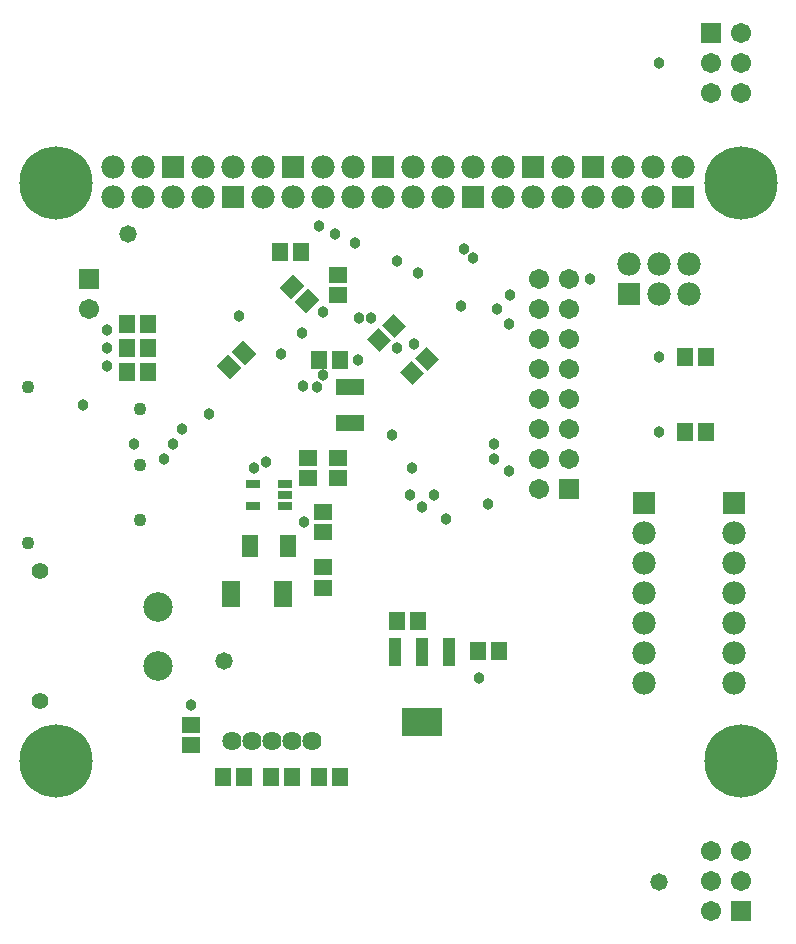
<source format=gbs>
G04 Layer_Color=16711935*
%FSLAX25Y25*%
%MOIN*%
G70*
G01*
G75*
%ADD52R,0.05328X0.06115*%
%ADD57C,0.24409*%
%ADD58C,0.05524*%
%ADD59C,0.09855*%
%ADD60C,0.06706*%
%ADD61R,0.06706X0.06706*%
%ADD62R,0.07800X0.07800*%
%ADD63C,0.07800*%
%ADD64R,0.07800X0.07800*%
%ADD65C,0.06400*%
%ADD66C,0.04343*%
%ADD67C,0.03800*%
%ADD68C,0.05800*%
%ADD69R,0.04737X0.03162*%
%ADD70R,0.06312X0.09068*%
%ADD71R,0.05328X0.06312*%
%ADD72R,0.06312X0.05328*%
%ADD73R,0.09461X0.05721*%
%ADD74R,0.05328X0.07690*%
%ADD75R,0.06115X0.05328*%
%ADD76R,0.13595X0.09265*%
%ADD77R,0.04343X0.09265*%
G04:AMPARAMS|DCode=78|XSize=61.15mil|YSize=53.28mil|CornerRadius=0mil|HoleSize=0mil|Usage=FLASHONLY|Rotation=135.000|XOffset=0mil|YOffset=0mil|HoleType=Round|Shape=Rectangle|*
%AMROTATEDRECTD78*
4,1,4,0.04046,-0.00278,0.00278,-0.04046,-0.04046,0.00278,-0.00278,0.04046,0.04046,-0.00278,0.0*
%
%ADD78ROTATEDRECTD78*%

G04:AMPARAMS|DCode=79|XSize=63.12mil|YSize=53.28mil|CornerRadius=0mil|HoleSize=0mil|Usage=FLASHONLY|Rotation=315.000|XOffset=0mil|YOffset=0mil|HoleType=Round|Shape=Rectangle|*
%AMROTATEDRECTD79*
4,1,4,-0.04115,0.00348,-0.00348,0.04115,0.04115,-0.00348,0.00348,-0.04115,-0.04115,0.00348,0.0*
%
%ADD79ROTATEDRECTD79*%

G04:AMPARAMS|DCode=80|XSize=63.12mil|YSize=53.28mil|CornerRadius=0mil|HoleSize=0mil|Usage=FLASHONLY|Rotation=225.000|XOffset=0mil|YOffset=0mil|HoleType=Round|Shape=Rectangle|*
%AMROTATEDRECTD80*
4,1,4,0.00348,0.04115,0.04115,0.00348,-0.00348,-0.04115,-0.04115,-0.00348,0.00348,0.04115,0.0*
%
%ADD80ROTATEDRECTD80*%

D52*
X223555Y149000D02*
D03*
X230445D02*
D03*
X223555Y124000D02*
D03*
X230445D02*
D03*
X76445Y9000D02*
D03*
X69555D02*
D03*
X108445D02*
D03*
X101555D02*
D03*
X37555Y152000D02*
D03*
X44445D02*
D03*
X37555Y160000D02*
D03*
X44445D02*
D03*
X37555Y144000D02*
D03*
X44445D02*
D03*
D57*
X13780Y14173D02*
D03*
X242126D02*
D03*
Y207087D02*
D03*
X13780D02*
D03*
D58*
X8630Y77496D02*
D03*
Y34189D02*
D03*
D59*
X48000Y65685D02*
D03*
Y46000D02*
D03*
D60*
X25000Y165000D02*
D03*
X175000Y175000D02*
D03*
X185000D02*
D03*
X175000Y165000D02*
D03*
X185000D02*
D03*
X175000Y155000D02*
D03*
X185000D02*
D03*
X175000Y145000D02*
D03*
X185000D02*
D03*
X175000Y135000D02*
D03*
X185000D02*
D03*
X175000Y125000D02*
D03*
X185000D02*
D03*
X175000Y115000D02*
D03*
X185000D02*
D03*
X175000Y105000D02*
D03*
X242126Y237087D02*
D03*
X232126D02*
D03*
X242126Y247087D02*
D03*
X232126D02*
D03*
X242126Y257087D02*
D03*
X232126Y-15827D02*
D03*
X242126D02*
D03*
X232126Y-25827D02*
D03*
X242126D02*
D03*
X232126Y-35827D02*
D03*
D61*
X25000Y175000D02*
D03*
X185000Y105000D02*
D03*
X232126Y257087D02*
D03*
X242126Y-35827D02*
D03*
D62*
X240000Y100236D02*
D03*
X210000D02*
D03*
D63*
X240000Y90236D02*
D03*
Y80236D02*
D03*
Y70236D02*
D03*
Y60236D02*
D03*
Y50236D02*
D03*
Y40236D02*
D03*
X210000Y90236D02*
D03*
Y80236D02*
D03*
Y70236D02*
D03*
Y60236D02*
D03*
Y50236D02*
D03*
Y40236D02*
D03*
X225000Y180000D02*
D03*
Y170000D02*
D03*
X215000Y180000D02*
D03*
Y170000D02*
D03*
X205000Y180000D02*
D03*
X33000Y202394D02*
D03*
Y212394D02*
D03*
X43000Y202394D02*
D03*
Y212394D02*
D03*
X53000Y202394D02*
D03*
X63000D02*
D03*
Y212394D02*
D03*
X73000D02*
D03*
X83000Y202394D02*
D03*
Y212394D02*
D03*
X93000Y202394D02*
D03*
X103000D02*
D03*
Y212394D02*
D03*
X113000Y202394D02*
D03*
Y212394D02*
D03*
X123000Y202394D02*
D03*
X133000D02*
D03*
Y212394D02*
D03*
X143000Y202394D02*
D03*
Y212394D02*
D03*
X153000D02*
D03*
X163000Y202394D02*
D03*
Y212394D02*
D03*
X173000Y202394D02*
D03*
X183000D02*
D03*
Y212394D02*
D03*
X193000Y202394D02*
D03*
X203000D02*
D03*
Y212394D02*
D03*
X213000Y202394D02*
D03*
Y212394D02*
D03*
X223000D02*
D03*
D64*
X205000Y170000D02*
D03*
X53000Y212394D02*
D03*
X73000Y202394D02*
D03*
X93000Y212394D02*
D03*
X123000D02*
D03*
X153000Y202394D02*
D03*
X173000Y212394D02*
D03*
X193000D02*
D03*
X223000Y202394D02*
D03*
D65*
X99400Y21000D02*
D03*
X92700D02*
D03*
X86000D02*
D03*
X79300D02*
D03*
X72600D02*
D03*
D66*
X42000Y113000D02*
D03*
Y131500D02*
D03*
Y94500D02*
D03*
X4500Y139000D02*
D03*
Y87000D02*
D03*
D67*
X215087Y247087D02*
D03*
X134500Y177000D02*
D03*
X127500Y181000D02*
D03*
X113500Y187000D02*
D03*
X107000Y190000D02*
D03*
X101500Y192500D02*
D03*
X75000Y162500D02*
D03*
X96366Y139180D02*
D03*
X89000Y150000D02*
D03*
X96000Y157000D02*
D03*
X215000Y124000D02*
D03*
X214803Y148961D02*
D03*
X165000Y111000D02*
D03*
X158000Y100000D02*
D03*
X160000Y115000D02*
D03*
Y120000D02*
D03*
X101000Y139000D02*
D03*
X125861Y123048D02*
D03*
X127546Y152000D02*
D03*
X133183Y153183D02*
D03*
X165183Y169817D02*
D03*
X161000Y165000D02*
D03*
X165000Y160000D02*
D03*
X150000Y185000D02*
D03*
X153000Y182000D02*
D03*
X84000Y114000D02*
D03*
X119000Y162000D02*
D03*
X115000D02*
D03*
X149000Y166000D02*
D03*
X103000Y164000D02*
D03*
X144000Y95000D02*
D03*
X59000Y33000D02*
D03*
X155000Y42000D02*
D03*
X80000Y112000D02*
D03*
X114725Y148088D02*
D03*
X140000Y103000D02*
D03*
X132000D02*
D03*
X136000Y99000D02*
D03*
X132454Y112000D02*
D03*
X96716Y94000D02*
D03*
X31000Y146000D02*
D03*
Y152000D02*
D03*
Y158000D02*
D03*
X50000Y115000D02*
D03*
X53000Y120000D02*
D03*
X56000Y125000D02*
D03*
X65000Y130000D02*
D03*
X40000Y120000D02*
D03*
X23000Y133000D02*
D03*
X192000Y175000D02*
D03*
X103000Y143000D02*
D03*
D68*
X70000Y47661D02*
D03*
X215000Y-26000D02*
D03*
X38000Y190000D02*
D03*
D69*
X90413Y106740D02*
D03*
Y103000D02*
D03*
Y99260D02*
D03*
X79587D02*
D03*
Y106740D02*
D03*
D70*
X89661Y70000D02*
D03*
X72339D02*
D03*
D71*
X92445Y9000D02*
D03*
X85555D02*
D03*
X108445Y148000D02*
D03*
X101555D02*
D03*
X134445Y61000D02*
D03*
X127555D02*
D03*
X154555Y51000D02*
D03*
X161445D02*
D03*
X95445Y184000D02*
D03*
X88555D02*
D03*
D72*
X98000Y115445D02*
D03*
Y108555D02*
D03*
X108000Y115445D02*
D03*
Y108555D02*
D03*
X59000Y26445D02*
D03*
Y19555D02*
D03*
D73*
X112000Y139008D02*
D03*
Y127000D02*
D03*
D74*
X91398Y86000D02*
D03*
X78602D02*
D03*
D75*
X103000Y97445D02*
D03*
Y90555D02*
D03*
Y79000D02*
D03*
Y72110D02*
D03*
X108000Y176445D02*
D03*
Y169555D02*
D03*
D76*
X136000Y27484D02*
D03*
D77*
X145055Y50516D02*
D03*
X136000D02*
D03*
X126945D02*
D03*
D78*
X126436Y159436D02*
D03*
X121564Y154564D02*
D03*
X137436Y148436D02*
D03*
X132564Y143564D02*
D03*
D79*
X76436Y150436D02*
D03*
X71564Y145564D02*
D03*
D80*
X97436Y167564D02*
D03*
X92564Y172436D02*
D03*
M02*

</source>
